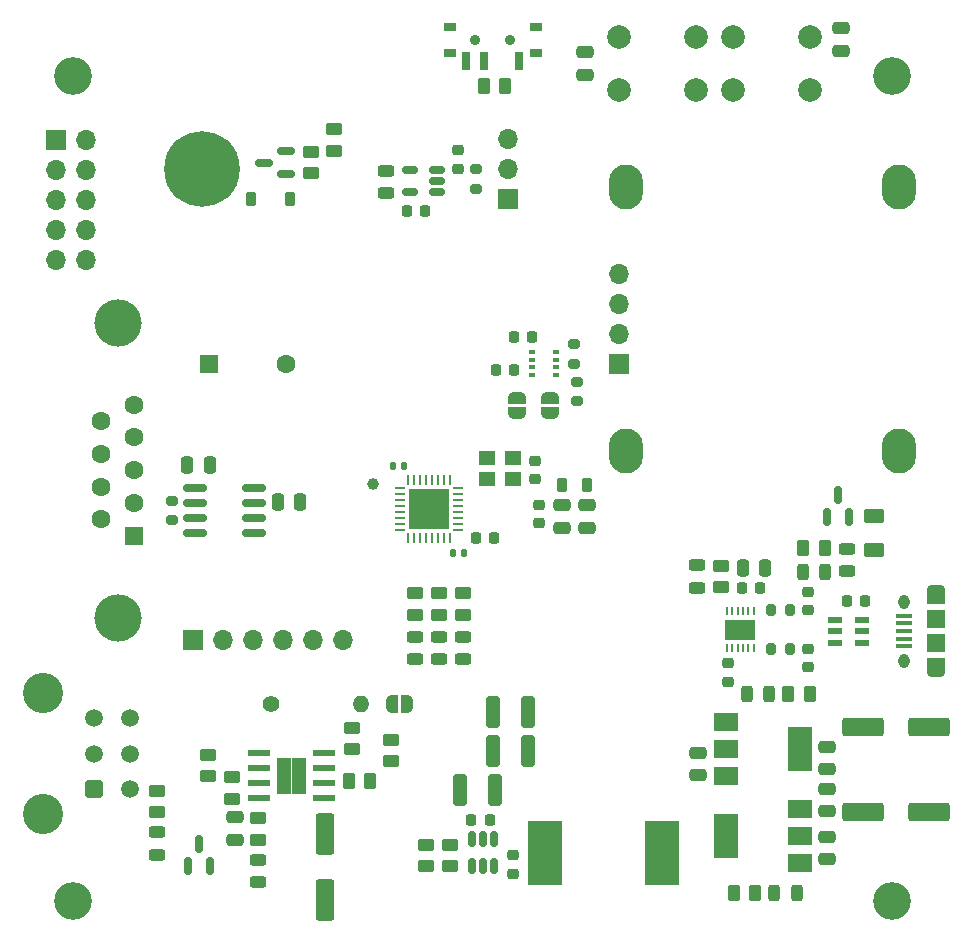
<source format=gbr>
%TF.GenerationSoftware,KiCad,Pcbnew,7.0.6*%
%TF.CreationDate,2023-11-26T00:53:47-07:00*%
%TF.ProjectId,H2 Sensor Board Lucy Rev 1,48322053-656e-4736-9f72-20426f617264,rev?*%
%TF.SameCoordinates,Original*%
%TF.FileFunction,Soldermask,Top*%
%TF.FilePolarity,Negative*%
%FSLAX46Y46*%
G04 Gerber Fmt 4.6, Leading zero omitted, Abs format (unit mm)*
G04 Created by KiCad (PCBNEW 7.0.6) date 2023-11-26 00:53:47*
%MOMM*%
%LPD*%
G01*
G04 APERTURE LIST*
G04 Aperture macros list*
%AMRoundRect*
0 Rectangle with rounded corners*
0 $1 Rounding radius*
0 $2 $3 $4 $5 $6 $7 $8 $9 X,Y pos of 4 corners*
0 Add a 4 corners polygon primitive as box body*
4,1,4,$2,$3,$4,$5,$6,$7,$8,$9,$2,$3,0*
0 Add four circle primitives for the rounded corners*
1,1,$1+$1,$2,$3*
1,1,$1+$1,$4,$5*
1,1,$1+$1,$6,$7*
1,1,$1+$1,$8,$9*
0 Add four rect primitives between the rounded corners*
20,1,$1+$1,$2,$3,$4,$5,0*
20,1,$1+$1,$4,$5,$6,$7,0*
20,1,$1+$1,$6,$7,$8,$9,0*
20,1,$1+$1,$8,$9,$2,$3,0*%
%AMFreePoly0*
4,1,19,0.500000,-0.750000,0.000000,-0.750000,0.000000,-0.744911,-0.071157,-0.744911,-0.207708,-0.704816,-0.327430,-0.627875,-0.420627,-0.520320,-0.479746,-0.390866,-0.500000,-0.250000,-0.500000,0.250000,-0.479746,0.390866,-0.420627,0.520320,-0.327430,0.627875,-0.207708,0.704816,-0.071157,0.744911,0.000000,0.744911,0.000000,0.750000,0.500000,0.750000,0.500000,-0.750000,0.500000,-0.750000,
$1*%
%AMFreePoly1*
4,1,19,0.000000,0.744911,0.071157,0.744911,0.207708,0.704816,0.327430,0.627875,0.420627,0.520320,0.479746,0.390866,0.500000,0.250000,0.500000,-0.250000,0.479746,-0.390866,0.420627,-0.520320,0.327430,-0.627875,0.207708,-0.704816,0.071157,-0.744911,0.000000,-0.744911,0.000000,-0.750000,-0.500000,-0.750000,-0.500000,0.750000,0.000000,0.750000,0.000000,0.744911,0.000000,0.744911,
$1*%
G04 Aperture macros list end*
%ADD10RoundRect,0.250001X0.499999X-0.499999X0.499999X0.499999X-0.499999X0.499999X-0.499999X-0.499999X0*%
%ADD11C,1.500000*%
%ADD12C,3.410000*%
%ADD13RoundRect,0.140000X-0.140000X-0.170000X0.140000X-0.170000X0.140000X0.170000X-0.140000X0.170000X0*%
%ADD14R,0.250000X0.650000*%
%ADD15R,2.500000X1.700000*%
%ADD16RoundRect,0.225000X0.225000X0.250000X-0.225000X0.250000X-0.225000X-0.250000X0.225000X-0.250000X0*%
%ADD17RoundRect,0.250000X-0.475000X0.250000X-0.475000X-0.250000X0.475000X-0.250000X0.475000X0.250000X0*%
%ADD18RoundRect,0.225000X-0.250000X0.225000X-0.250000X-0.225000X0.250000X-0.225000X0.250000X0.225000X0*%
%ADD19RoundRect,0.250000X0.475000X-0.250000X0.475000X0.250000X-0.475000X0.250000X-0.475000X-0.250000X0*%
%ADD20RoundRect,0.250000X-0.262500X-0.450000X0.262500X-0.450000X0.262500X0.450000X-0.262500X0.450000X0*%
%ADD21R,1.700000X1.700000*%
%ADD22O,1.700000X1.700000*%
%ADD23RoundRect,0.250000X0.450000X-0.262500X0.450000X0.262500X-0.450000X0.262500X-0.450000X-0.262500X0*%
%ADD24RoundRect,0.225000X-0.225000X-0.250000X0.225000X-0.250000X0.225000X0.250000X-0.225000X0.250000X0*%
%ADD25RoundRect,0.250000X-0.250000X-0.475000X0.250000X-0.475000X0.250000X0.475000X-0.250000X0.475000X0*%
%ADD26RoundRect,0.062500X0.375000X0.062500X-0.375000X0.062500X-0.375000X-0.062500X0.375000X-0.062500X0*%
%ADD27RoundRect,0.062500X0.062500X0.375000X-0.062500X0.375000X-0.062500X-0.375000X0.062500X-0.375000X0*%
%ADD28R,3.450000X3.450000*%
%ADD29C,3.200000*%
%ADD30C,4.000000*%
%ADD31R,1.600000X1.600000*%
%ADD32C,1.600000*%
%ADD33RoundRect,0.200000X0.275000X-0.200000X0.275000X0.200000X-0.275000X0.200000X-0.275000X-0.200000X0*%
%ADD34RoundRect,0.250000X-0.325000X-1.100000X0.325000X-1.100000X0.325000X1.100000X-0.325000X1.100000X0*%
%ADD35RoundRect,0.250000X-0.450000X0.262500X-0.450000X-0.262500X0.450000X-0.262500X0.450000X0.262500X0*%
%ADD36RoundRect,0.150000X0.825000X0.150000X-0.825000X0.150000X-0.825000X-0.150000X0.825000X-0.150000X0*%
%ADD37FreePoly0,270.000000*%
%ADD38FreePoly1,270.000000*%
%ADD39RoundRect,0.218750X-0.218750X-0.381250X0.218750X-0.381250X0.218750X0.381250X-0.218750X0.381250X0*%
%ADD40RoundRect,0.140000X0.140000X0.170000X-0.140000X0.170000X-0.140000X-0.170000X0.140000X-0.170000X0*%
%ADD41R,1.910000X0.610000*%
%ADD42R,1.205000X1.550000*%
%ADD43RoundRect,0.250000X0.250000X0.475000X-0.250000X0.475000X-0.250000X-0.475000X0.250000X-0.475000X0*%
%ADD44R,0.500000X0.350000*%
%ADD45RoundRect,0.250000X0.262500X0.450000X-0.262500X0.450000X-0.262500X-0.450000X0.262500X-0.450000X0*%
%ADD46FreePoly0,0.000000*%
%ADD47FreePoly1,0.000000*%
%ADD48RoundRect,0.243750X-0.243750X-0.456250X0.243750X-0.456250X0.243750X0.456250X-0.243750X0.456250X0*%
%ADD49RoundRect,0.225000X0.250000X-0.225000X0.250000X0.225000X-0.250000X0.225000X-0.250000X-0.225000X0*%
%ADD50R,1.200000X0.600000*%
%ADD51RoundRect,0.150000X0.150000X-0.587500X0.150000X0.587500X-0.150000X0.587500X-0.150000X-0.587500X0*%
%ADD52RoundRect,0.243750X0.243750X0.456250X-0.243750X0.456250X-0.243750X-0.456250X0.243750X-0.456250X0*%
%ADD53O,2.900000X3.800000*%
%ADD54RoundRect,0.200000X-0.275000X0.200000X-0.275000X-0.200000X0.275000X-0.200000X0.275000X0.200000X0*%
%ADD55C,2.000000*%
%ADD56RoundRect,0.250000X0.325000X1.100000X-0.325000X1.100000X-0.325000X-1.100000X0.325000X-1.100000X0*%
%ADD57RoundRect,0.150000X0.587500X0.150000X-0.587500X0.150000X-0.587500X-0.150000X0.587500X-0.150000X0*%
%ADD58RoundRect,0.250000X-0.550000X1.500000X-0.550000X-1.500000X0.550000X-1.500000X0.550000X1.500000X0*%
%ADD59RoundRect,0.243750X0.456250X-0.243750X0.456250X0.243750X-0.456250X0.243750X-0.456250X-0.243750X0*%
%ADD60R,1.000000X0.800000*%
%ADD61C,0.900000*%
%ADD62R,0.700000X1.500000*%
%ADD63RoundRect,0.250000X0.625000X-0.375000X0.625000X0.375000X-0.625000X0.375000X-0.625000X-0.375000X0*%
%ADD64R,1.400000X1.200000*%
%ADD65R,1.350000X0.400000*%
%ADD66O,1.550000X0.890000*%
%ADD67R,1.550000X1.200000*%
%ADD68O,0.950000X1.250000*%
%ADD69R,1.550000X1.500000*%
%ADD70R,2.000000X1.500000*%
%ADD71R,2.000000X3.800000*%
%ADD72RoundRect,0.200000X-0.200000X-0.275000X0.200000X-0.275000X0.200000X0.275000X-0.200000X0.275000X0*%
%ADD73RoundRect,0.243750X-0.456250X0.243750X-0.456250X-0.243750X0.456250X-0.243750X0.456250X0.243750X0*%
%ADD74C,1.400000*%
%ADD75O,1.400000X1.400000*%
%ADD76RoundRect,0.250000X-1.500000X-0.550000X1.500000X-0.550000X1.500000X0.550000X-1.500000X0.550000X0*%
%ADD77RoundRect,0.225000X-0.225000X-0.375000X0.225000X-0.375000X0.225000X0.375000X-0.225000X0.375000X0*%
%ADD78C,6.400000*%
%ADD79RoundRect,0.150000X0.512500X0.150000X-0.512500X0.150000X-0.512500X-0.150000X0.512500X-0.150000X0*%
%ADD80C,1.000000*%
%ADD81RoundRect,0.150000X-0.150000X0.512500X-0.150000X-0.512500X0.150000X-0.512500X0.150000X0.512500X0*%
%ADD82R,2.900000X5.400000*%
G04 APERTURE END LIST*
D10*
%TO.C,J2*%
X94787000Y-135334000D03*
D11*
X94787000Y-132334000D03*
X94787000Y-129334000D03*
X97787000Y-135334000D03*
X97787000Y-132334000D03*
X97787000Y-129334000D03*
D12*
X90467000Y-137484000D03*
X90467000Y-127184000D03*
%TD*%
D13*
%TO.C,C7*%
X120043000Y-107950000D03*
X121003000Y-107950000D03*
%TD*%
D14*
%TO.C,U8*%
X150604000Y-120309000D03*
X150154000Y-120309000D03*
X149704000Y-120309000D03*
X149254000Y-120309000D03*
X148804000Y-120309000D03*
X148354000Y-120309000D03*
X148354000Y-123409000D03*
X148804000Y-123409000D03*
X149254000Y-123409000D03*
X149704000Y-123409000D03*
X150154000Y-123409000D03*
X150604000Y-123409000D03*
D15*
X149479000Y-121859000D03*
%TD*%
D16*
%TO.C,C29*%
X131839000Y-97028000D03*
X130289000Y-97028000D03*
%TD*%
D17*
%TO.C,C22*%
X156845000Y-131765000D03*
X156845000Y-133665000D03*
%TD*%
D18*
%TO.C,C18*%
X130252000Y-140957000D03*
X130252000Y-142507000D03*
%TD*%
D19*
%TO.C,C23*%
X156845000Y-137221000D03*
X156845000Y-135321000D03*
%TD*%
D20*
%TO.C,R3*%
X116308500Y-134620000D03*
X118133500Y-134620000D03*
%TD*%
D21*
%TO.C,J1*%
X103124000Y-122682000D03*
D22*
X105664000Y-122682000D03*
X108204000Y-122682000D03*
X110744000Y-122682000D03*
X113284000Y-122682000D03*
X115824000Y-122682000D03*
%TD*%
D23*
%TO.C,R2*%
X119888000Y-132992500D03*
X119888000Y-131167500D03*
%TD*%
%TO.C,R5*%
X104394000Y-134262500D03*
X104394000Y-132437500D03*
%TD*%
D24*
%TO.C,C15*%
X126696000Y-137922000D03*
X128246000Y-137922000D03*
%TD*%
D17*
%TO.C,C24*%
X156845000Y-139394000D03*
X156845000Y-141294000D03*
%TD*%
D25*
%TO.C,C13*%
X149672000Y-116586000D03*
X151572000Y-116586000D03*
%TD*%
D26*
%TO.C,U1*%
X125568500Y-113373000D03*
X125568500Y-112873000D03*
X125568500Y-112373000D03*
X125568500Y-111873000D03*
X125568500Y-111373000D03*
X125568500Y-110873000D03*
X125568500Y-110373000D03*
X125568500Y-109873000D03*
D27*
X124881000Y-109185500D03*
X124381000Y-109185500D03*
X123881000Y-109185500D03*
X123381000Y-109185500D03*
X122881000Y-109185500D03*
X122381000Y-109185500D03*
X121881000Y-109185500D03*
X121381000Y-109185500D03*
D26*
X120693500Y-109873000D03*
X120693500Y-110373000D03*
X120693500Y-110873000D03*
X120693500Y-111373000D03*
X120693500Y-111873000D03*
X120693500Y-112373000D03*
X120693500Y-112873000D03*
X120693500Y-113373000D03*
D27*
X121381000Y-114060500D03*
X121881000Y-114060500D03*
X122381000Y-114060500D03*
X122881000Y-114060500D03*
X123381000Y-114060500D03*
X123881000Y-114060500D03*
X124381000Y-114060500D03*
X124881000Y-114060500D03*
D28*
X123131000Y-111623000D03*
%TD*%
D29*
%TO.C,H3*%
X162306000Y-144780000D03*
%TD*%
D23*
%TO.C,R24*%
X115062000Y-81303500D03*
X115062000Y-79478500D03*
%TD*%
D30*
%TO.C,J3*%
X96751000Y-95843000D03*
X96751000Y-120843000D03*
D31*
X98171000Y-113883000D03*
D32*
X98171000Y-111113000D03*
X98171000Y-108343000D03*
X98171000Y-105573000D03*
X98171000Y-102803000D03*
X95331000Y-112498000D03*
X95331000Y-109728000D03*
X95331000Y-106958000D03*
X95331000Y-104188000D03*
%TD*%
D33*
%TO.C,R25*%
X127127000Y-84518000D03*
X127127000Y-82868000D03*
%TD*%
D34*
%TO.C,C28*%
X125779000Y-135382000D03*
X128729000Y-135382000D03*
%TD*%
D35*
%TO.C,R7*%
X100076000Y-135485500D03*
X100076000Y-137310500D03*
%TD*%
D36*
%TO.C,U7*%
X108266000Y-113665000D03*
X108266000Y-112395000D03*
X108266000Y-111125000D03*
X108266000Y-109855000D03*
X103316000Y-109855000D03*
X103316000Y-111125000D03*
X103316000Y-112395000D03*
X103316000Y-113665000D03*
%TD*%
D37*
%TO.C,JP1*%
X133350000Y-102220000D03*
D38*
X133350000Y-103520000D03*
%TD*%
D39*
%TO.C,FB1*%
X134400000Y-109601000D03*
X136525000Y-109601000D03*
%TD*%
D40*
%TO.C,C8*%
X126083000Y-115316000D03*
X125123000Y-115316000D03*
%TD*%
D35*
%TO.C,R6*%
X106426000Y-134342500D03*
X106426000Y-136167500D03*
%TD*%
D23*
%TO.C,R16*%
X147828000Y-118260500D03*
X147828000Y-116435500D03*
%TD*%
D41*
%TO.C,U4*%
X108704000Y-132325000D03*
X108704000Y-133595000D03*
X108704000Y-134865000D03*
X108704000Y-136135000D03*
X114264000Y-136135000D03*
X114264000Y-134865000D03*
X114264000Y-133595000D03*
X114264000Y-132325000D03*
D42*
X110881500Y-133455000D03*
X110881500Y-135005000D03*
X112086500Y-133455000D03*
X112086500Y-135005000D03*
%TD*%
D17*
%TO.C,C3*%
X136309000Y-72977000D03*
X136309000Y-74877000D03*
%TD*%
D43*
%TO.C,C5*%
X104563669Y-107934000D03*
X102663669Y-107934000D03*
%TD*%
D18*
%TO.C,C26*%
X155187000Y-118671000D03*
X155187000Y-120221000D03*
%TD*%
D44*
%TO.C,U9*%
X133876000Y-98339000D03*
X133876000Y-98989000D03*
X133876000Y-99639000D03*
X133876000Y-100289000D03*
X131826000Y-100289000D03*
X131826000Y-99639000D03*
X131826000Y-98989000D03*
X131826000Y-98339000D03*
%TD*%
D45*
%TO.C,R19*%
X156614500Y-114932000D03*
X154789500Y-114932000D03*
%TD*%
D29*
%TO.C,H2*%
X162306000Y-74930000D03*
%TD*%
D46*
%TO.C,JP3*%
X120000000Y-128143000D03*
D47*
X121300000Y-128143000D03*
%TD*%
D48*
%TO.C,D2*%
X150022000Y-127305000D03*
X151897000Y-127305000D03*
%TD*%
D49*
%TO.C,C31*%
X125603000Y-82817000D03*
X125603000Y-81267000D03*
%TD*%
D50*
%TO.C,D13*%
X159766000Y-122936000D03*
X159766000Y-121986000D03*
X159766000Y-121036000D03*
X157466000Y-121036000D03*
X157466000Y-121986000D03*
X157466000Y-122936000D03*
%TD*%
D35*
%TO.C,R23*%
X113108500Y-81383500D03*
X113108500Y-83208500D03*
%TD*%
D51*
%TO.C,D11*%
X156784000Y-112313500D03*
X158684000Y-112313500D03*
X157734000Y-110438500D03*
%TD*%
D35*
%TO.C,R9*%
X122886000Y-140057500D03*
X122886000Y-141882500D03*
%TD*%
D52*
%TO.C,D14*%
X156639500Y-116964000D03*
X154764500Y-116964000D03*
%TD*%
D53*
%TO.C,J8*%
X139827000Y-106680000D03*
X162941000Y-106680000D03*
X139827000Y-84328000D03*
X162941000Y-84328000D03*
D21*
X139192000Y-99314000D03*
D22*
X139192000Y-96774000D03*
X139192000Y-94234000D03*
X139192000Y-91694000D03*
%TD*%
D18*
%TO.C,C10*%
X132461000Y-111305000D03*
X132461000Y-112855000D03*
%TD*%
D54*
%TO.C,R21*%
X135382000Y-97664000D03*
X135382000Y-99314000D03*
%TD*%
D55*
%TO.C,SW2*%
X148844000Y-71664000D03*
X155344000Y-71664000D03*
X148844000Y-76164000D03*
X155344000Y-76164000D03*
%TD*%
D56*
%TO.C,C16*%
X131523000Y-128778000D03*
X128573000Y-128778000D03*
%TD*%
D21*
%TO.C,J4*%
X91562000Y-80391000D03*
D22*
X94102000Y-80391000D03*
X91562000Y-82931000D03*
X94102000Y-82931000D03*
X91562000Y-85471000D03*
X94102000Y-85471000D03*
X91562000Y-88011000D03*
X94102000Y-88011000D03*
X91562000Y-90551000D03*
X94102000Y-90551000D03*
%TD*%
D57*
%TO.C,Q2*%
X110998000Y-83246000D03*
X110998000Y-81346000D03*
X109123000Y-82296000D03*
%TD*%
D23*
%TO.C,R15*%
X121920000Y-120595000D03*
X121920000Y-118770000D03*
%TD*%
D43*
%TO.C,C4*%
X112202000Y-110998000D03*
X110302000Y-110998000D03*
%TD*%
D17*
%TO.C,C25*%
X106680000Y-137734000D03*
X106680000Y-139634000D03*
%TD*%
D58*
%TO.C,C20*%
X114356500Y-139125000D03*
X114356500Y-144725000D03*
%TD*%
D29*
%TO.C,H1*%
X92964000Y-74930000D03*
%TD*%
D20*
%TO.C,R11*%
X148917500Y-144154000D03*
X150742500Y-144154000D03*
%TD*%
D59*
%TO.C,D8*%
X121920000Y-124303000D03*
X121920000Y-122428000D03*
%TD*%
D45*
%TO.C,R10*%
X155379500Y-127305000D03*
X153554500Y-127305000D03*
%TD*%
D18*
%TO.C,C1*%
X132080000Y-107556000D03*
X132080000Y-109106000D03*
%TD*%
D24*
%TO.C,C14*%
X149627000Y-118298000D03*
X151177000Y-118298000D03*
%TD*%
D60*
%TO.C,SW1*%
X132162000Y-73010000D03*
X132162000Y-70800000D03*
D61*
X130012000Y-71900000D03*
X127012000Y-71900000D03*
D60*
X124862000Y-73010000D03*
X124862000Y-70800000D03*
D62*
X130762000Y-73660000D03*
X127762000Y-73660000D03*
X126262000Y-73660000D03*
%TD*%
D24*
%TO.C,C35*%
X121272000Y-86360000D03*
X122822000Y-86360000D03*
%TD*%
D63*
%TO.C,F1*%
X160782000Y-115062000D03*
X160782000Y-112262000D03*
%TD*%
D19*
%TO.C,C21*%
X145923000Y-134173000D03*
X145923000Y-132273000D03*
%TD*%
D55*
%TO.C,SW3*%
X139244000Y-71664000D03*
X145744000Y-71664000D03*
X139244000Y-76164000D03*
X145744000Y-76164000D03*
%TD*%
D16*
%TO.C,C27*%
X160026000Y-119380000D03*
X158476000Y-119380000D03*
%TD*%
D29*
%TO.C,H4*%
X93000000Y-144780000D03*
%TD*%
D64*
%TO.C,U2*%
X130259000Y-107354000D03*
X128059000Y-107354000D03*
X128059000Y-109054000D03*
X130259000Y-109054000D03*
%TD*%
D31*
%TO.C,BZ1*%
X104498000Y-99314000D03*
D32*
X110998000Y-99314000D03*
%TD*%
D65*
%TO.C,J6*%
X163315000Y-123265000D03*
X163315000Y-122615000D03*
X163315000Y-121965000D03*
X163315000Y-121315000D03*
X163315000Y-120665000D03*
D66*
X166015000Y-125465000D03*
D67*
X166015000Y-124865000D03*
D68*
X163315000Y-124465000D03*
D69*
X166015000Y-122965000D03*
X166015000Y-120965000D03*
D68*
X163315000Y-119465000D03*
D67*
X166015000Y-119065000D03*
D66*
X166015000Y-118465000D03*
%TD*%
D52*
%TO.C,D3*%
X154245000Y-144154000D03*
X152370000Y-144154000D03*
%TD*%
D17*
%TO.C,C11*%
X134366000Y-111318000D03*
X134366000Y-113218000D03*
%TD*%
D70*
%TO.C,U3*%
X148234000Y-129653000D03*
X148234000Y-131953000D03*
D71*
X154534000Y-131953000D03*
D70*
X148234000Y-134253000D03*
%TD*%
D51*
%TO.C,Q1*%
X102682000Y-141829000D03*
X104582000Y-141829000D03*
X103632000Y-139954000D03*
%TD*%
D18*
%TO.C,C6*%
X148463000Y-124701000D03*
X148463000Y-126251000D03*
%TD*%
D17*
%TO.C,C2*%
X157988000Y-70932000D03*
X157988000Y-72832000D03*
%TD*%
D72*
%TO.C,R18*%
X152076000Y-120208000D03*
X153726000Y-120208000D03*
%TD*%
D23*
%TO.C,R13*%
X125984000Y-120595000D03*
X125984000Y-118770000D03*
%TD*%
D20*
%TO.C,R1*%
X127738500Y-75819000D03*
X129563500Y-75819000D03*
%TD*%
D16*
%TO.C,C30*%
X130315000Y-99822000D03*
X128765000Y-99822000D03*
%TD*%
D37*
%TO.C,JP2*%
X130556000Y-102220000D03*
D38*
X130556000Y-103520000D03*
%TD*%
D23*
%TO.C,R4*%
X116586000Y-131976500D03*
X116586000Y-130151500D03*
%TD*%
D59*
%TO.C,D4*%
X108641500Y-143237500D03*
X108641500Y-141362500D03*
%TD*%
D49*
%TO.C,C19*%
X155187000Y-125047000D03*
X155187000Y-123497000D03*
%TD*%
D33*
%TO.C,R22*%
X135636000Y-102488000D03*
X135636000Y-100838000D03*
%TD*%
D73*
%TO.C,D12*%
X145796000Y-116410500D03*
X145796000Y-118285500D03*
%TD*%
D74*
%TO.C,R20*%
X109728000Y-128143000D03*
D75*
X117348000Y-128143000D03*
%TD*%
D24*
%TO.C,C9*%
X127114000Y-114046000D03*
X128664000Y-114046000D03*
%TD*%
D73*
%TO.C,D5*%
X119507000Y-83009500D03*
X119507000Y-84884500D03*
%TD*%
D76*
%TO.C,C34*%
X159887000Y-137287000D03*
X165487000Y-137287000D03*
%TD*%
D59*
%TO.C,D7*%
X123952000Y-124303000D03*
X123952000Y-122428000D03*
%TD*%
D23*
%TO.C,R14*%
X123952000Y-120595000D03*
X123952000Y-118770000D03*
%TD*%
D35*
%TO.C,R8*%
X124918000Y-140057500D03*
X124918000Y-141882500D03*
%TD*%
D59*
%TO.C,D1*%
X100076000Y-140891500D03*
X100076000Y-139016500D03*
%TD*%
D77*
%TO.C,D15*%
X108078000Y-85344000D03*
X111378000Y-85344000D03*
%TD*%
D35*
%TO.C,R12*%
X108641500Y-137831500D03*
X108641500Y-139656500D03*
%TD*%
D78*
%TO.C,U10*%
X103886000Y-82804000D03*
D21*
X129794000Y-85344000D03*
D22*
X129794000Y-82804000D03*
X129794000Y-80264000D03*
%TD*%
D76*
%TO.C,C33*%
X159887000Y-130048000D03*
X165487000Y-130048000D03*
%TD*%
D79*
%TO.C,U11*%
X123814000Y-84831000D03*
X123814000Y-83881000D03*
X123814000Y-82931000D03*
X121539000Y-82931000D03*
X121539000Y-84831000D03*
%TD*%
D59*
%TO.C,D6*%
X125984000Y-124303000D03*
X125984000Y-122428000D03*
%TD*%
D56*
%TO.C,C17*%
X131523000Y-132080000D03*
X128573000Y-132080000D03*
%TD*%
D70*
%TO.C,U6*%
X154534000Y-141619000D03*
X154534000Y-139319000D03*
D71*
X148234000Y-139319000D03*
D70*
X154534000Y-137019000D03*
%TD*%
D80*
%TO.C,TP1*%
X118364000Y-109474000D03*
%TD*%
D72*
%TO.C,R17*%
X152076000Y-123510000D03*
X153726000Y-123510000D03*
%TD*%
D17*
%TO.C,C12*%
X136525000Y-111318000D03*
X136525000Y-113218000D03*
%TD*%
D81*
%TO.C,U5*%
X128662000Y-139578500D03*
X127712000Y-139578500D03*
X126762000Y-139578500D03*
X126762000Y-141853500D03*
X127712000Y-141853500D03*
X128662000Y-141853500D03*
%TD*%
D33*
%TO.C,R26*%
X101346000Y-112585000D03*
X101346000Y-110935000D03*
%TD*%
D73*
%TO.C,D9*%
X158496000Y-115010500D03*
X158496000Y-116885500D03*
%TD*%
D82*
%TO.C,L1*%
X132972000Y-140716000D03*
X142872000Y-140716000D03*
%TD*%
M02*

</source>
